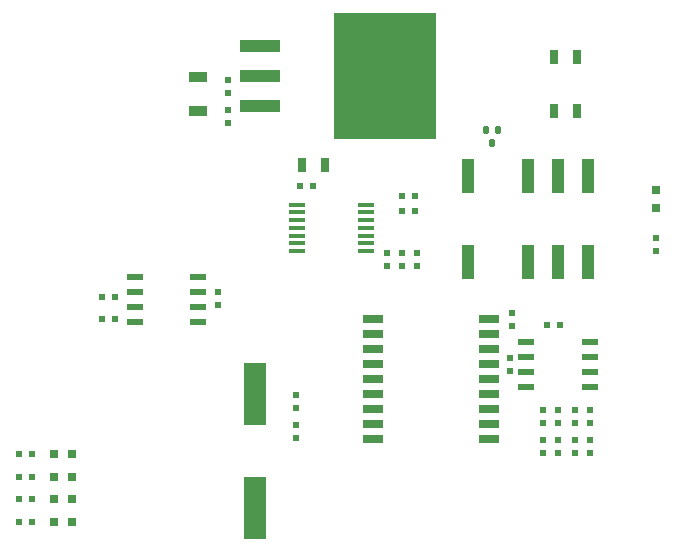
<source format=gbr>
%TF.GenerationSoftware,KiCad,Pcbnew,7.0.7*%
%TF.CreationDate,2023-10-02T21:51:04-04:00*%
%TF.ProjectId,sensor_interface_1.1.0,73656e73-6f72-45f6-996e-746572666163,rev?*%
%TF.SameCoordinates,Original*%
%TF.FileFunction,Paste,Top*%
%TF.FilePolarity,Positive*%
%FSLAX46Y46*%
G04 Gerber Fmt 4.6, Leading zero omitted, Abs format (unit mm)*
G04 Created by KiCad (PCBNEW 7.0.7) date 2023-10-02 21:51:04*
%MOMM*%
%LPD*%
G01*
G04 APERTURE LIST*
G04 Aperture macros list*
%AMRoundRect*
0 Rectangle with rounded corners*
0 $1 Rounding radius*
0 $2 $3 $4 $5 $6 $7 $8 $9 X,Y pos of 4 corners*
0 Add a 4 corners polygon primitive as box body*
4,1,4,$2,$3,$4,$5,$6,$7,$8,$9,$2,$3,0*
0 Add four circle primitives for the rounded corners*
1,1,$1+$1,$2,$3*
1,1,$1+$1,$4,$5*
1,1,$1+$1,$6,$7*
1,1,$1+$1,$8,$9*
0 Add four rect primitives between the rounded corners*
20,1,$1+$1,$2,$3,$4,$5,0*
20,1,$1+$1,$4,$5,$6,$7,0*
20,1,$1+$1,$6,$7,$8,$9,0*
20,1,$1+$1,$8,$9,$2,$3,0*%
G04 Aperture macros list end*
%ADD10R,1.930400X5.334000*%
%ADD11R,0.600000X0.500000*%
%ADD12R,1.600000X0.900000*%
%ADD13R,1.400000X0.600000*%
%ADD14R,0.800000X0.800000*%
%ADD15R,1.450000X0.450000*%
%ADD16R,1.100000X3.000000*%
%ADD17R,0.500000X0.600000*%
%ADD18R,1.778000X0.762000*%
%ADD19R,0.700000X1.300000*%
%ADD20RoundRect,0.057500X0.172500X0.267500X-0.172500X0.267500X-0.172500X-0.267500X0.172500X-0.267500X0*%
%ADD21R,3.400000X1.000000*%
%ADD22R,8.600000X10.700000*%
G04 APERTURE END LIST*
D10*
%TO.C,X1*%
X136251750Y-127920950D03*
X136251750Y-118268950D03*
%TD*%
D11*
%TO.C,R12*%
X148697750Y-106288950D03*
X148697750Y-107388950D03*
%TD*%
D12*
%TO.C,C3*%
X131425750Y-94318950D03*
X131425750Y-91418950D03*
%TD*%
D13*
%TO.C,U6*%
X159205750Y-113823950D03*
X159205750Y-115093950D03*
X159205750Y-116363950D03*
X159205750Y-117633950D03*
X164605750Y-117633950D03*
X164605750Y-116363950D03*
X164605750Y-115093950D03*
X164605750Y-113823950D03*
%TD*%
D14*
%TO.C,D5*%
X119245750Y-129063950D03*
X120745750Y-129063950D03*
%TD*%
D11*
%TO.C,R1*%
X170160750Y-105018950D03*
X170160750Y-106118950D03*
%TD*%
D15*
%TO.C,U5*%
X139778750Y-102221950D03*
X139778750Y-102871950D03*
X139778750Y-103521950D03*
X139778750Y-104171950D03*
X139778750Y-104821950D03*
X139778750Y-105471950D03*
X139778750Y-106121950D03*
X145678750Y-106121950D03*
X145678750Y-105471950D03*
X145678750Y-104821950D03*
X145678750Y-104171950D03*
X145678750Y-103521950D03*
X145678750Y-102871950D03*
X145678750Y-102221950D03*
%TD*%
D16*
%TO.C,RELAY1*%
X154312750Y-107054950D03*
X159392750Y-107054950D03*
X161932750Y-107054950D03*
X164472750Y-107054950D03*
X164472750Y-99764950D03*
X161932750Y-99764950D03*
X159392750Y-99764950D03*
X154312750Y-99764950D03*
%TD*%
D11*
%TO.C,R16*%
X161905750Y-119623950D03*
X161905750Y-120723950D03*
%TD*%
D17*
%TO.C,R3*%
X149755750Y-101504950D03*
X148655750Y-101504950D03*
%TD*%
D11*
%TO.C,R22*%
X164572750Y-122163950D03*
X164572750Y-123263950D03*
%TD*%
D17*
%TO.C,C8*%
X162074750Y-112426950D03*
X160974750Y-112426950D03*
%TD*%
D11*
%TO.C,C1*%
X133965750Y-92783950D03*
X133965750Y-91683950D03*
%TD*%
%TO.C,R11*%
X149967750Y-107388950D03*
X149967750Y-106288950D03*
%TD*%
D18*
%TO.C,U2*%
X146195850Y-111918950D03*
X146195850Y-113188950D03*
X146195850Y-114458950D03*
X146195850Y-115728950D03*
X146195850Y-116998950D03*
X146195850Y-118268950D03*
X146195850Y-119538950D03*
X146195850Y-120808950D03*
X146195850Y-122078950D03*
X156025650Y-122078950D03*
X156025650Y-120808950D03*
X156025650Y-119538950D03*
X156025650Y-118268950D03*
X156025650Y-116998950D03*
X156025650Y-115728950D03*
X156025650Y-114458950D03*
X156025650Y-113188950D03*
X156025650Y-111918950D03*
%TD*%
D17*
%TO.C,R14*%
X124355750Y-111918950D03*
X123255750Y-111918950D03*
%TD*%
D11*
%TO.C,R21*%
X163302750Y-122163950D03*
X163302750Y-123263950D03*
%TD*%
D17*
%TO.C,R7*%
X117370750Y-129063950D03*
X116270750Y-129063950D03*
%TD*%
%TO.C,R10*%
X149755750Y-102774950D03*
X148655750Y-102774950D03*
%TD*%
D14*
%TO.C,D1*%
X170160750Y-102508950D03*
X170160750Y-101008950D03*
%TD*%
%TO.C,D3*%
X119245750Y-125253950D03*
X120745750Y-125253950D03*
%TD*%
%TO.C,D2*%
X119245750Y-123348950D03*
X120745750Y-123348950D03*
%TD*%
D19*
%TO.C,C5*%
X140254750Y-98837950D03*
X142154750Y-98837950D03*
%TD*%
D11*
%TO.C,R8*%
X133965750Y-94223950D03*
X133965750Y-95323950D03*
%TD*%
%TO.C,C6*%
X133076750Y-109590950D03*
X133076750Y-110690950D03*
%TD*%
%TO.C,C7*%
X139680750Y-119453950D03*
X139680750Y-118353950D03*
%TD*%
%TO.C,R2*%
X157968750Y-111368950D03*
X157968750Y-112468950D03*
%TD*%
%TO.C,C4*%
X139680750Y-120893950D03*
X139680750Y-121993950D03*
%TD*%
D17*
%TO.C,R5*%
X117370750Y-125253950D03*
X116270750Y-125253950D03*
%TD*%
D11*
%TO.C,R23*%
X157841750Y-115178950D03*
X157841750Y-116278950D03*
%TD*%
D17*
%TO.C,R13*%
X124355750Y-110013950D03*
X123255750Y-110013950D03*
%TD*%
D11*
%TO.C,R9*%
X147427750Y-106288950D03*
X147427750Y-107388950D03*
%TD*%
%TO.C,R20*%
X164572750Y-119623950D03*
X164572750Y-120723950D03*
%TD*%
%TO.C,R18*%
X161905750Y-122163950D03*
X161905750Y-123263950D03*
%TD*%
D14*
%TO.C,D4*%
X119245750Y-127158950D03*
X120745750Y-127158950D03*
%TD*%
D20*
%TO.C,Q1*%
X156817750Y-95916950D03*
X155817750Y-95916950D03*
X156317750Y-96966950D03*
%TD*%
D17*
%TO.C,R6*%
X117370750Y-127158950D03*
X116270750Y-127158950D03*
%TD*%
D19*
%TO.C,C9*%
X163490750Y-94265950D03*
X161590750Y-94265950D03*
%TD*%
D11*
%TO.C,R19*%
X163302750Y-119623950D03*
X163302750Y-120723950D03*
%TD*%
%TO.C,R15*%
X160635750Y-119623950D03*
X160635750Y-120723950D03*
%TD*%
D21*
%TO.C,U4*%
X136632750Y-88804950D03*
X136632750Y-91344950D03*
X136632750Y-93884950D03*
D22*
X147232750Y-91344950D03*
%TD*%
D17*
%TO.C,R4*%
X117370750Y-123348950D03*
X116270750Y-123348950D03*
%TD*%
%TO.C,C2*%
X140019750Y-100615950D03*
X141119750Y-100615950D03*
%TD*%
D11*
%TO.C,R17*%
X160635750Y-122163950D03*
X160635750Y-123263950D03*
%TD*%
D19*
%TO.C,C10*%
X163490750Y-89693950D03*
X161590750Y-89693950D03*
%TD*%
D13*
%TO.C,U1*%
X131458750Y-112172950D03*
X131458750Y-110902950D03*
X131458750Y-109632950D03*
X131458750Y-108362950D03*
X126058750Y-108362950D03*
X126058750Y-109632950D03*
X126058750Y-110902950D03*
X126058750Y-112172950D03*
%TD*%
M02*

</source>
